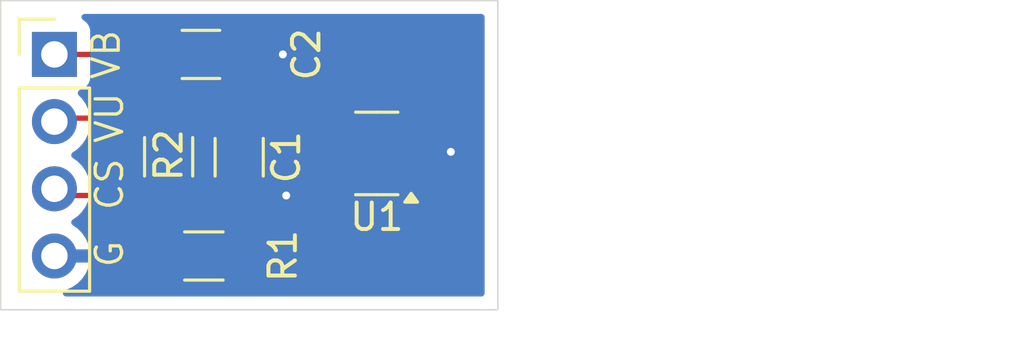
<source format=kicad_pcb>
(kicad_pcb (version 20240108) (generator "pcbnew") (generator_version "8.0")
  (layers (0 "F.Cu" signal) (31 "B.Cu" signal) (34 "B.Paste" user) (35 "F.Paste" user) (36 "B.SilkS" user "B.Silkscreen") (37 "F.SilkS" user "F.Silkscreen") (38 "B.Mask" user) (39 "F.Mask" user) (44 "Edge.Cuts" user))
  (net 0 "")
  (net 1 "GND")
  (net 2 "V_{USB}")
  (net 3 "V_{BATT}")
  (net 4 "CHRG_STAT")
  (net 5 "Net-(U1-PROG)")
  (footprint "Resistor_SMD:R_1206_3216Metric" (layer "F.Cu") (at -122.555 93.0255 -90)
    (property "Reference" "R2" (at -0.0615 0 90) (layer "F.SilkS"))
    (property "Value" "4.7k")
    (fp_line (start -0.727064 0.91) (end 0.727064 0.91) (stroke (width 0.12)) (layer "F.SilkS"))
    (fp_line (start -0.727064 -0.91) (end 0.727064 -0.91) (stroke (width 0.12)) (layer "F.SilkS"))
    (pad "1" smd roundrect (at -1.4625 0 270) (size 1.125 1.75) (layers "F.Cu" "F.Paste" "F.Mask") (roundrect_rratio 0.222222) (net 2 "V_{USB}"))
    (pad "2" smd roundrect (at 1.4625 0 270) (size 1.125 1.75) (layers "F.Cu" "F.Paste" "F.Mask") (roundrect_rratio 0.222222) (net 4 "CHRG_STAT"))
  )
  (footprint "Package_TO_SOT_SMD:SOT-23-5" (layer "F.Cu") (at -114.6865 92.897999 180)
    (property "Reference" "U1" (at 0 -2.4 360) (layer "F.SilkS"))
    (property "Value" "MCP73831-2-OT")
    (fp_line (start 0 1.560001) (end 0.8 1.56) (stroke (width 0.12)) (layer "F.SilkS"))
    (fp_line (start 0 1.560001) (end -0.8 1.56) (stroke (width 0.12)) (layer "F.SilkS"))
    (fp_line (start 0 -1.560001) (end 0.8 -1.56) (stroke (width 0.12)) (layer "F.SilkS"))
    (fp_line (start 0 -1.560001) (end -0.8 -1.56) (stroke (width 0.12)) (layer "F.SilkS"))
    (fp_poly (pts (xy -1.3 -1.51) (xy -1.54 -1.84) (xy -1.06 -1.84) (xy -1.3 -1.51)) (stroke (width 0.12)) (fill solid) (layer "F.SilkS"))
    (pad "1" smd roundrect (at -1.1375 -0.949999 180) (size 1.325 0.6) (layers "F.Cu" "F.Paste" "F.Mask") (net 4 "CHRG_STAT"))
    (pad "2" smd roundrect (at -1.1375 0 180) (size 1.325 0.6) (layers "F.Cu" "F.Paste" "F.Mask") (net 1 "GND"))
    (pad "3" smd roundrect (at -1.1375 0.949999 180) (size 1.325 0.6) (layers "F.Cu" "F.Paste" "F.Mask") (net 3 "V_{BATT}"))
    (pad "4" smd roundrect (at 1.1375 0.949999 180) (size 1.325 0.6) (layers "F.Cu" "F.Paste" "F.Mask") (net 2 "V_{USB}"))
    (pad "5" smd roundrect (at 1.1375 -0.949999 180) (size 1.325 0.6) (layers "F.Cu" "F.Paste" "F.Mask") (net 5 "Net-(U1-PROG)"))
  )
  (footprint "Connector_PinHeader_2.54mm:PinHeader_1x04_P2.54mm_Vertical" (layer "F.Cu") (at -126.873 89.154)
    (property "Reference" "J1" (hide yes))
    (property "Value" "Conn_01x04")
    (fp_line (start -1.33 -1.33) (end 0 -1.33) (stroke (width 0.12)) (layer "F.SilkS"))
    (fp_line (start -1.33 0) (end -1.33 -1.33) (stroke (width 0.12)) (layer "F.SilkS"))
    (fp_line (start -1.33 1.27) (end -1.33 8.95) (stroke (width 0.12)) (layer "F.SilkS"))
    (fp_line (start -1.33 1.27) (end 1.33 1.27) (stroke (width 0.12)) (layer "F.SilkS"))
    (fp_line (start -1.33 8.95) (end 1.33 8.95) (stroke (width 0.12)) (layer "F.SilkS"))
    (fp_line (start 1.33 1.27) (end 1.33 8.95) (stroke (width 0.12)) (layer "F.SilkS"))
    (pad "1" thru_hole rect (at 0 0) (size 1.7 1.7) (drill 1) (layers "*.Cu" "*.Mask") (net 3 "V_{BATT}"))
    (pad "2" thru_hole oval (at 0 2.54) (size 1.7 1.7) (drill 1) (layers "*.Cu" "*.Mask") (net 2 "V_{USB}"))
    (pad "3" thru_hole oval (at 0 5.08) (size 1.7 1.7) (drill 1) (layers "*.Cu" "*.Mask") (net 4 "CHRG_STAT"))
    (pad "4" thru_hole oval (at 0 7.62) (size 1.7 1.7) (drill 1) (layers "*.Cu" "*.Mask") (net 1 "GND"))
  )
  (footprint "Capacitor_SMD:C_1206_3216Metric" (layer "F.Cu") (at -121.334 89.154)
    (property "Reference" "C2" (at 3.986 0 90) (layer "F.SilkS"))
    (property "Value" "2.2u")
    (fp_line (start -0.711252 -0.91) (end 0.711252 -0.91) (stroke (width 0.12)) (layer "F.SilkS"))
    (fp_line (start -0.711252 0.91) (end 0.711252 0.91) (stroke (width 0.12)) (layer "F.SilkS"))
    (pad "1" smd roundrect (at -1.475 0) (size 1.15 1.8) (layers "F.Cu" "F.Paste" "F.Mask") (roundrect_rratio 0.217391) (net 3 "V_{BATT}"))
    (pad "2" smd roundrect (at 1.475 0) (size 1.15 1.8) (layers "F.Cu" "F.Paste" "F.Mask") (roundrect_rratio 0.217391) (net 1 "GND"))
  )
  (footprint "Resistor_SMD:R_1206_3216Metric" (layer "F.Cu") (at -121.2235 96.774 180)
    (property "Reference" "R1" (at -2.9865 0 90) (layer "F.SilkS"))
    (property "Value" "4.7k")
    (fp_line (start -0.727064 0.91) (end 0.727064 0.91) (stroke (width 0.12)) (layer "F.SilkS"))
    (fp_line (start -0.727064 -0.91) (end 0.727064 -0.91) (stroke (width 0.12)) (layer "F.SilkS"))
    (pad "1" smd roundrect (at -1.4625 0 180) (size 1.125 1.75) (layers "F.Cu" "F.Paste" "F.Mask") (roundrect_rratio 0.222222) (net 5 "Net-(U1-PROG)"))
    (pad "2" smd roundrect (at 1.4625 0 180) (size 1.125 1.75) (layers "F.Cu" "F.Paste" "F.Mask") (roundrect_rratio 0.222222) (net 1 "GND"))
  )
  (footprint "Capacitor_SMD:C_1206_3216Metric" (layer "F.Cu") (at -119.888 93.042001 -90)
    (property "Reference" "C1" (at 0 -1.778 90) (layer "F.SilkS"))
    (property "Value" "2.2u")
    (fp_line (start -0.711252 0.91) (end 0.711252 0.91) (stroke (width 0.12)) (layer "F.SilkS"))
    (fp_line (start -0.711252 -0.91) (end 0.711252 -0.91) (stroke (width 0.12)) (layer "F.SilkS"))
    (pad "1" smd roundrect (at -1.475001 0 270) (size 1.15 1.8) (layers "F.Cu" "F.Paste" "F.Mask") (roundrect_rratio 0.217391) (net 2 "V_{USB}"))
    (pad "2" smd roundrect (at 1.475001 0 270) (size 1.15 1.8) (layers "F.Cu" "F.Paste" "F.Mask") (roundrect_rratio 0.217391) (net 1 "GND"))
  )
  (gr_rect (start -128.905 87.122) (end -110.109 98.806) (stroke (width 0.05)) (fill none) (layer "Edge.Cuts"))
  (gr_text "VU" (at -124.206 92.583 90) (layer "F.SilkS") (effects (font (size 1 1) (thickness 0.125)) (justify left bottom)))
  (gr_text "VB" (at -124.333 90.17 90) (layer "F.SilkS") (effects (font (size 1 1) (thickness 0.125)) (justify left bottom)))
  (gr_text "CS" (at -124.206 95.123 90) (layer "F.SilkS") (effects (font (size 1 1) (thickness 0.125)) (justify left bottom)))
  (gr_text "G" (at -124.206 97.282 90) (layer "F.SilkS") (effects (font (size 1 1) (thickness 0.125)) (justify left bottom)))
  (segment (start -113.549 92.897999) (end -111.947999 92.897999) (width 0.2) (layer "F.Cu") (net 1))
  (segment (start -111.947999 92.897999) (end -111.887 92.837) (width 0.2) (layer "F.Cu") (net 1))
  (segment (start -119.859 89.154) (end -118.237 89.154) (width 0.2) (layer "F.Cu") (net 1))
  (segment (start -119.888 94.517002) (end -118.139002 94.517002) (width 0.2) (layer "F.Cu") (net 1))
  (segment (start -118.139002 94.517002) (end -118.11 94.488) (width 0.2) (layer "F.Cu") (net 1))
  (segment (start -122.686 96.774) (end -126.873 96.774) (width 0.2) (layer "F.Cu") (net 1))
  (via (at -118.237 89.154) (size 0.6) (drill 0.3) (layers "F.Cu" "B.Cu") (net 1))
  (via (at -111.887 92.837) (size 0.6) (drill 0.3) (layers "F.Cu" "B.Cu") (net 1))
  (via (at -118.11 94.488) (size 0.6) (drill 0.3) (layers "F.Cu" "B.Cu") (net 1))
  (segment (start -122.555 91.563) (end -119.892 91.563) (width 0.2) (layer "F.Cu") (net 2))
  (segment (start -122.555 91.563) (end -126.742 91.563) (width 0.2) (layer "F.Cu") (net 2))
  (segment (start -119.892 91.563) (end -119.888 91.567) (width 0.2) (layer "F.Cu") (net 2))
  (segment (start -119.888 91.567) (end -116.205 91.567) (width 0.2) (layer "F.Cu") (net 2))
  (segment (start -116.205 91.567) (end -115.824 91.948) (width 0.2) (layer "F.Cu") (net 2))
  (segment (start -126.742 91.563) (end -126.873 91.694) (width 0.2) (layer "F.Cu") (net 2))
  (segment (start -121.609 90.354) (end -122.809 89.154) (width 0.2) (layer "F.Cu") (net 3))
  (segment (start -113.549 91.948) (end -115.143 90.354) (width 0.2) (layer "F.Cu") (net 3))
  (segment (start -126.873 89.154) (end -122.809 89.154) (width 0.2) (layer "F.Cu") (net 3))
  (segment (start -115.143 90.354) (end -121.609 90.354) (width 0.2) (layer "F.Cu") (net 3))
  (segment (start -113.549 93.847998) (end -114.520948 93.847998) (width 0.2) (layer "F.Cu") (net 4))
  (segment (start -114.520948 93.847998) (end -115.120948 93.247998) (width 0.2) (layer "F.Cu") (net 4))
  (segment (start -126.619 94.488) (end -126.873 94.234) (width 0.2) (layer "F.Cu") (net 4))
  (segment (start -121.314998 93.247998) (end -122.555 94.488) (width 0.2) (layer "F.Cu") (net 4))
  (segment (start -122.555 94.488) (end -126.619 94.488) (width 0.2) (layer "F.Cu") (net 4))
  (segment (start -115.120948 93.247998) (end -121.314998 93.247998) (width 0.2) (layer "F.Cu") (net 4))
  (segment (start -119.761 96.774) (end -117.221 96.774) (width 0.2) (layer "F.Cu") (net 5))
  (segment (start -115.824 95.377) (end -115.824 93.847998) (width 0.2) (layer "F.Cu") (net 5))
  (segment (start -117.221 96.774) (end -115.824 95.377) (width 0.2) (layer "F.Cu") (net 5))
  (zone (net 1) (net_name "GND") (layer "B.Cu") (connect_pads (clearance 0.5)) (min_thickness 0.25) (fill yes (thermal_gap 0.5) (thermal_bridge_width 0.5))
    (polygon (pts (xy -128.905 87.122) (xy -110.109 87.122) (xy -110.109 98.806) (xy -128.905 98.806)))
  )
)
</source>
